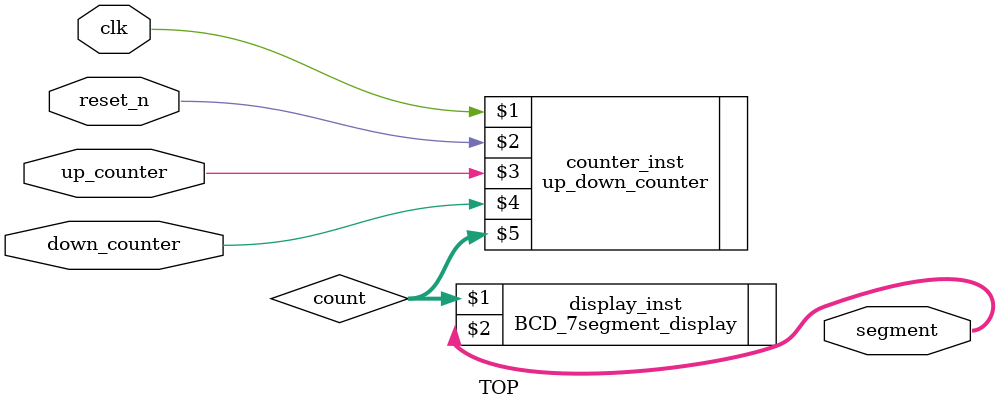
<source format=v>
`timescale 1ns / 1ps


module TOP(
    input clk,
    input reset_n,
    input up_counter,
    input down_counter,
    output [6:0] segment
    );
    
    wire [3:0] count;
    
    BCD_7segment_display display_inst(count,segment);
    
    up_down_counter counter_inst(clk,reset_n,up_counter,down_counter,count);
endmodule

</source>
